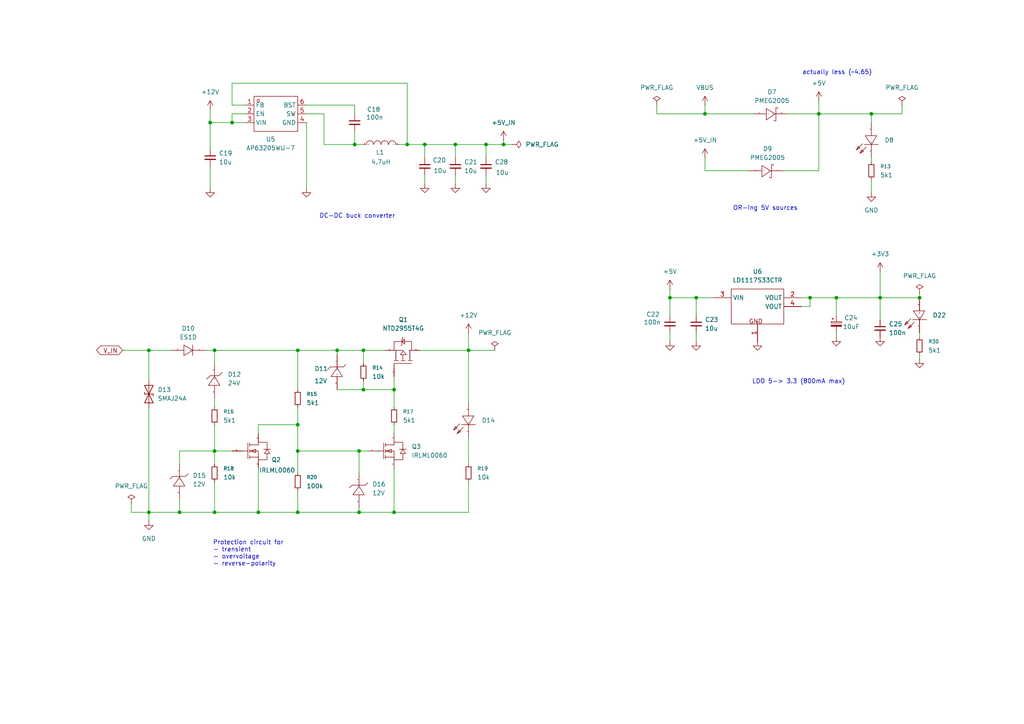
<source format=kicad_sch>
(kicad_sch (version 20250114) (generator "eeschema") (generator_version "9.0")
  (paper "A4")
  (title_block (title "Dual Channel CAN Logger") (rev "1.1"))
  (lib_symbols
    (symbol "Device:C_Polarized_Small" (pin_numbers (hide yes)) (pin_names (offset 0.254) (hide yes))
      (property "Reference" "C" (at 0.254 1.778 0))
      (property "Value" "C_Polarized_Small" (at 0.254 -2.032 0))
      (symbol "C_Polarized_Small_0_1"
        (rectangle (start -1.524 0.6858) (end 1.524 0.3048))
        (rectangle (start -1.524 -0.3048) (end 1.524 -0.6858) (fill (type outline)))
        (polyline (pts (xy -1.27 1.524) (xy -0.762 1.524)))
        (polyline (pts (xy -1.016 1.27) (xy -1.016 1.778)))
      )
      (symbol "C_Polarized_Small_1_1"
        (pin passive line (at 0 2.54 270) (length 1.8542) (name "~") (number "1"))
        (pin passive line (at 0 -2.54 90) (length 1.8542) (name "~") (number "2"))
      )
    )
    (symbol "Device:C_Small" (pin_numbers (hide yes)) (pin_names (offset 0.254) (hide yes))
      (property "Reference" "C" (at 0.254 1.778 0))
      (property "Value" "C_Small" (at 0.254 -2.032 0))
      (symbol "C_Small_0_1"
        (polyline (pts (xy -1.524 0.508) (xy 1.524 0.508)) (stroke (width 0.3048)))
        (polyline (pts (xy -1.524 -0.508) (xy 1.524 -0.508)) (stroke (width 0.3302)))
      )
      (symbol "C_Small_1_1"
        (pin passive line (at 0 2.54 270) (length 2.032) (name "~") (number "1"))
        (pin passive line (at 0 -2.54 90) (length 2.032) (name "~") (number "2"))
      )
    )
    (symbol "Device:R_Small" (pin_numbers (hide yes)) (pin_names (offset 0.254) (hide yes))
      (property "Reference" "R" (at 0 0 90))
      (property "Value" "R_Small" (at 1.778 0 90))
      (symbol "R_Small_0_1"
        (rectangle (start -0.762 1.778) (end 0.762 -1.778) (stroke (width 0.2032)))
      )
      (symbol "R_Small_1_1"
        (pin passive line (at 0 2.54 270) (length 0.762) (name "~") (number "1"))
        (pin passive line (at 0 -2.54 90) (length 0.762) (name "~") (number "2"))
      )
    )
    (symbol "Diode:SMAJ24CA" (pin_numbers (hide yes)) (pin_names (offset 1.016) (hide yes))
      (property "Reference" "D" (at 0 2.54 0))
      (property "Value" "SMAJ24CA" (at 0 -2.54 0))
      (symbol "SMAJ24CA_0_1"
        (polyline (pts (xy -2.54 -1.27) (xy 0 0) (xy -2.54 1.27) (xy -2.54 -1.27)) (stroke (width 0.2032)))
        (polyline (pts (xy 0.508 1.27) (xy 0 1.27) (xy 0 -1.27) (xy -0.508 -1.27)) (stroke (width 0.2032)))
        (polyline (pts (xy 1.27 0) (xy -1.27 0)))
        (polyline (pts (xy 2.54 1.27) (xy 2.54 -1.27) (xy 0 0) (xy 2.54 1.27)) (stroke (width 0.2032)))
      )
      (symbol "SMAJ24CA_1_1"
        (pin passive line (at -3.81 0 0) (length 2.54) (name "A1") (number "1"))
        (pin passive line (at 3.81 0 180) (length 2.54) (name "A2") (number "2"))
      )
    )
    (symbol "EasyEDA_Lib:0420CDMCCDS-4R7MC"
      (property "Reference" "L" (at 0 0 0))
      (symbol "0420CDMCCDS-4R7MC_1_0"
        (arc (start -4.2164 0) (mid -3.2131 1.0923) (end -2.2098 0))
        (arc (start -2.032 0) (mid -1.016 1.0922) (end 0 0))
        (arc (start 0.1016 0) (mid 1.1049 1.0923) (end 2.1082 0))
        (arc (start 2.2606 0) (mid 3.2639 1.0923) (end 4.2672 0))
        (pin input line (at -5.08 0 0) (length 0.762) (name "2") (number "2"))
        (pin input line (at 5.08 0 180) (length 0.762) (name "1") (number "1"))
      )
    )
    (symbol "EasyEDA_Lib:AP63205WU-7"
      (property "Reference" "U" (at 0 0 0))
      (symbol "AP63205WU-7_1_0"
        (rectangle (start -6.35 -5.08) (end 6.35 5.08))
        (circle (center -5.08 3.81) (radius 0.381))
        (pin unspecified line (at -8.89 2.54 0) (length 2.54) (name "FB") (number "1"))
        (pin unspecified line (at -8.89 0 0) (length 2.54) (name "EN") (number "2"))
        (pin unspecified line (at -8.89 -2.54 0) (length 2.54) (name "VIN") (number "3"))
        (pin unspecified line (at 8.89 2.54 180) (length 2.54) (name "BST") (number "6"))
        (pin unspecified line (at 8.89 0 180) (length 2.54) (name "SW") (number "5"))
        (pin unspecified line (at 8.89 -2.54 180) (length 2.54) (name "GND") (number "4"))
      )
    )
    (symbol "EasyEDA_Lib:ES1D-E3/61T"
      (property "Reference" "D" (at 0 0 0))
      (symbol "ES1D-E3/61T_1_0"
        (polyline (pts (xy -1.27 -1.524) (xy -1.27 1.524)))
        (polyline (pts (xy 1.27 1.524) (xy -1.27 0) (xy -1.27 0) (xy 1.27 -1.524) (xy 1.27 -1.524) (xy 1.27 1.524)))
        (pin input line (at -5.08 0 0) (length 3.81) (name "C") (number "1"))
        (pin input line (at 5.08 0 180) (length 3.81) (name "A") (number "2"))
      )
    )
    (symbol "EasyEDA_Lib:IRLML0060TRPBF"
      (property "Reference" "Q" (at 0 0 0))
      (symbol "IRLML0060TRPBF_1_0"
        (polyline (pts (xy -2.54 0) (xy -0.508 0)))
        (polyline (pts (xy -0.508 2.286) (xy -0.508 -2.286)))
        (polyline (pts (xy 0 2.286) (xy 0 1.27)))
        (polyline (pts (xy 0 1.778) (xy 2.54 1.778) (xy 2.54 1.778) (xy 2.54 2.54) (xy 2.54 2.54) (xy 5.08 2.54) (xy 5.08 2.54) (xy 5.08 0.508)))
        (polyline (pts (xy 0 0) (xy 2.54 0) (xy 2.54 0) (xy 2.54 -2.54) (xy 2.54 -2.54) (xy 5.08 -2.54) (xy 5.08 -2.54) (xy 5.08 -0.762)))
        (polyline (pts (xy 0 -0.508) (xy 0 0.508)))
        (polyline (pts (xy 0 -2.286) (xy 0 -1.27)))
        (polyline (pts (xy 0.254 0) (xy 1.778 -0.508) (xy 1.778 -0.508) (xy 1.778 0.508) (xy 1.778 0.508) (xy 0.254 0)))
        (polyline (pts (xy 2.54 -1.778) (xy 0 -1.778)))
        (polyline (pts (xy 5.08 0.508) (xy 4.318 -0.762) (xy 4.318 -0.762) (xy 5.842 -0.762) (xy 5.842 -0.762) (xy 5.08 0.508)))
        (polyline (pts (xy 6.096 0.508) (xy 5.588 0.508) (xy 5.588 0.508) (xy 4.572 0.508) (xy 4.572 0.508) (xy 4.064 0.508)))
        (pin unspecified line (at -5.08 0 0) (length 2.54) (name "G") (number "1"))
        (pin unspecified line (at 2.54 5.08 270) (length 2.54) (name "D") (number "3"))
        (pin unspecified line (at 2.54 -5.08 90) (length 2.54) (name "S") (number "2"))
      )
    )
    (symbol "EasyEDA_Lib:KT-0603R"
      (property "Reference" "LED" (at 0 0 0))
      (symbol "KT-0603R_1_0"
        (polyline (pts (xy -3.81 3.302) (xy -2.794 2.794) (xy -2.794 2.794) (xy -3.302 2.286) (xy -3.302 2.286) (xy -3.81 3.302)))
        (polyline (pts (xy -2.794 4.318) (xy -1.778 3.81) (xy -1.778 3.81) (xy -2.286 3.302) (xy -2.286 3.302) (xy -2.794 4.318)))
        (polyline (pts (xy -2.032 1.524) (xy -3.81 3.302)))
        (polyline (pts (xy -1.27 2.032) (xy -1.27 -2.032)))
        (polyline (pts (xy -1.016 2.54) (xy -2.794 4.318)))
        (polyline (pts (xy 1.27 -1.524) (xy -1.27 0) (xy -1.27 0) (xy 1.27 1.778) (xy 1.27 1.778) (xy 1.27 -1.524)))
        (pin unspecified line (at -5.08 0 0) (length 3.81) (name "K") (number "1"))
        (pin unspecified line (at 5.08 0 180) (length 3.81) (name "A") (number "2"))
      )
    )
    (symbol "EasyEDA_Lib:LD1117S33CTR"
      (property "Reference" "U" (at 0 0 0))
      (symbol "LD1117S33CTR_1_0"
        (rectangle (start -7.62 -2.54) (end 7.62 7.62))
        (text "GND" (at -2.54 -2.5146 0) (effects (font (size 1.27 1.27)) (justify left bottom)))
        (pin unspecified line (at -12.7 5.08 0) (length 5.08) (name "VIN") (number "3"))
        (pin unspecified line (at 0 -7.62 90) (length 5.08) (name "GND") (number "1"))
        (pin unspecified line (at 12.7 5.08 180) (length 5.08) (name "VOUT") (number "2"))
        (pin unspecified line (at 12.7 2.54 180) (length 5.08) (name "VOUT") (number "4"))
      )
    )
    (symbol "EasyEDA_Lib:MMSZ12T1G"
      (property "Reference" "D" (at 0 0 0))
      (symbol "MMSZ12T1G_1_0"
        (polyline (pts (xy -2.286 2.54) (xy -1.524 1.778) (xy -1.524 1.778) (xy -1.524 1.778) (xy -1.524 1.778) (xy -1.524 -2.032) (xy -1.524 -2.032) (xy -1.524 -2.032) (xy -1.524 -2.032) (xy -0.762 -2.794)))
        (polyline (pts (xy 1.27 1.524) (xy -1.27 0) (xy -1.27 0) (xy 1.27 -1.778) (xy 1.27 -1.778) (xy 1.27 1.524)))
        (pin input line (at -5.08 0 0) (length 3.81) (name "K") (number "1"))
        (pin input line (at 5.08 0 180) (length 3.81) (name "A") (number "2"))
      )
    )
    (symbol "EasyEDA_Lib:MMSZ5252BT1G"
      (property "Reference" "D" (at 0 0 0))
      (symbol "MMSZ5252BT1G_1_0"
        (polyline (pts (xy 1.524 -1.27) (xy 0 1.27) (xy 0 1.27) (xy -1.778 -1.27) (xy -1.778 -1.27) (xy 1.524 -1.27)))
        (polyline (pts (xy 2.286 2.54) (xy 1.27 1.524) (xy 1.27 1.524) (xy -1.27 1.524) (xy -1.27 1.524) (xy -2.286 0.508)))
        (pin unspecified line (at 0 5.08 270) (length 3.81) (name "C") (number "1"))
        (pin unspecified line (at 0 -5.08 90) (length 3.81) (name "A") (number "2"))
      )
    )
    (symbol "EasyEDA_Lib:NTD2955T4G"
      (property "Reference" "Q" (at 0 0 0))
      (symbol "NTD2955T4G_1_0"
        (polyline (pts (xy -2.54 -2.54) (xy -1.27 -2.54)))
        (polyline (pts (xy -1.27 -2.54) (xy -1.27 2.54)))
        (polyline (pts (xy -0.4572 2.794) (xy -0.4572 1.524)))
        (polyline (pts (xy -0.4572 0.7366) (xy -0.4572 -0.508)))
        (polyline (pts (xy -0.4572 -1.27) (xy -0.4572 -2.5146)))
        (polyline (pts (xy -0.254 -2.032) (xy 2.54 -2.032)))
        (polyline (pts (xy 0 -2.032) (xy 2.286 -2.032)))
        (polyline (pts (xy 1.27 0) (xy -0.254 0)))
        (polyline (pts (xy 1.27 -0.7366) (xy 1.27 1.016) (xy 1.27 1.016) (xy 2.3876 0.127) (xy 2.3876 0.127) (xy 1.27 -0.7366)))
        (polyline (pts (xy 2.54 2.54) (xy 2.54 2.032)))
        (polyline (pts (xy 2.54 2.54) (xy 2.54 2.032)))
        (polyline (pts (xy 2.54 2.54) (xy 5.08 2.54) (xy 5.08 2.54) (xy 5.08 -2.54) (xy 5.08 -2.54) (xy 2.54 -2.54)))
        (polyline (pts (xy 2.54 2.032) (xy -0.254 2.032)))
        (polyline (pts (xy 2.54 2.032) (xy 0 2.032)))
        (polyline (pts (xy 2.54 0) (xy 2.54 -2.54)))
        (polyline (pts (xy 4.318 0.508) (xy 5.842 0.508) (xy 5.842 0.508) (xy 5.08 -0.254) (xy 5.08 -0.254) (xy 4.318 0.508)))
        (polyline (pts (xy 4.318 -0.254) (xy 3.81 -0.508)))
        (polyline (pts (xy 4.318 -0.254) (xy 5.842 -0.254) (xy 5.842 -0.254) (xy 6.35 0)))
        (pin unspecified line (at -5.08 -2.54 0) (length 2.54) (name "G") (number "1"))
        (pin unspecified line (at 2.54 5.08 270) (length 2.54) (name "D") (number "2"))
        (pin unspecified line (at 2.54 -5.08 90) (length 2.54) (name "S") (number "3"))
      )
    )
    (symbol "EasyEDA_Lib:PMEG2005EGWX"
      (property "Reference" "D" (at 0 0 0))
      (symbol "PMEG2005EGWX_1_0"
        (polyline (pts (xy -2.032 -1.524) (xy -2.032 -1.778) (xy -2.032 -1.778) (xy -1.524 -1.778) (xy -1.524 -1.778) (xy -1.524 2.032) (xy -1.524 2.032) (xy -1.016 2.032) (xy -1.016 2.032) (xy -1.016 1.778)))
        (polyline (pts (xy 1.27 -1.524) (xy -1.27 0) (xy -1.27 0) (xy 1.27 1.778) (xy 1.27 1.778) (xy 1.27 -1.524)))
        (pin unspecified line (at -5.08 0 0) (length 3.81) (name "A") (number "1"))
        (pin unspecified line (at 5.08 0 180) (length 3.81) (name "K") (number "2"))
      )
    )
    (symbol "power:+12V" (power) (pin_numbers (hide yes)) (pin_names (offset 0) (hide yes))
      (property "Value" "+12V" (at 0 3.556 0))
      (symbol "+12V_0_1"
        (polyline (pts (xy -0.762 1.27) (xy 0 2.54)))
        (polyline (pts (xy 0 2.54) (xy 0.762 1.27)))
        (polyline (pts (xy 0 0) (xy 0 2.54)))
      )
      (symbol "+12V_1_1"
        (pin power_in line (at 0 0 90) (length 0) (name "~") (number "1"))
      )
    )
    (symbol "power:+3V3" (power) (pin_numbers (hide yes)) (pin_names (offset 0) (hide yes))
      (property "Value" "+3V3" (at 0 3.556 0))
      (symbol "+3V3_0_1"
        (polyline (pts (xy -0.762 1.27) (xy 0 2.54)))
        (polyline (pts (xy 0 2.54) (xy 0.762 1.27)))
        (polyline (pts (xy 0 0) (xy 0 2.54)))
      )
      (symbol "+3V3_1_1"
        (pin power_in line (at 0 0 90) (length 0) (name "~") (number "1"))
      )
    )
    (symbol "power:+5V" (power) (pin_numbers (hide yes)) (pin_names (offset 0) (hide yes))
      (property "Value" "+5V" (at 0 3.556 0))
      (symbol "+5V_0_1"
        (polyline (pts (xy -0.762 1.27) (xy 0 2.54)))
        (polyline (pts (xy 0 2.54) (xy 0.762 1.27)))
        (polyline (pts (xy 0 0) (xy 0 2.54)))
      )
      (symbol "+5V_1_1"
        (pin power_in line (at 0 0 90) (length 0) (name "~") (number "1"))
      )
    )
    (symbol "power:GND" (power) (pin_numbers (hide yes)) (pin_names (offset 0) (hide yes))
      (property "Value" "GND" (at 0 -3.81 0))
      (symbol "GND_0_1"
        (polyline (pts (xy 0 0) (xy 0 -1.27) (xy 1.27 -1.27) (xy 0 -2.54) (xy -1.27 -1.27) (xy 0 -1.27)))
      )
      (symbol "GND_1_1"
        (pin power_in line (at 0 0 270) (length 0) (name "~") (number "1"))
      )
    )
    (symbol "power:PWR_FLAG" (power) (pin_numbers (hide yes)) (pin_names (offset 0) (hide yes))
      (property "Value" "PWR_FLAG" (at 0 3.81 0))
      (symbol "PWR_FLAG_0_0"
        (pin power_out line (at 0 0 90) (length 0) (name "~") (number "1"))
      )
      (symbol "PWR_FLAG_0_1"
        (polyline (pts (xy 0 0) (xy 0 1.27) (xy -1.016 1.905) (xy 0 2.54) (xy 1.016 1.905) (xy 0 1.27)))
      )
    )
    (symbol "power:VBUS" (power) (pin_numbers (hide yes)) (pin_names (offset 0) (hide yes))
      (property "Value" "VBUS" (at 0 3.556 0))
      (symbol "VBUS_0_1"
        (polyline (pts (xy -0.762 1.27) (xy 0 2.54)))
        (polyline (pts (xy 0 2.54) (xy 0.762 1.27)))
        (polyline (pts (xy 0 0) (xy 0 2.54)))
      )
      (symbol "VBUS_1_1"
        (pin power_in line (at 0 0 90) (length 0) (name "~") (number "1"))
      )
    )
  )
  (text "LDO 5-> 3.3 (800mA max)" (at 231.648 110.744 0) (effects (font (size 1.27 1.27))))
  (text "OR-ing 5V sources" (at 221.996 60.452 0) (effects (font (size 1.27 1.27))))
  (text "DC-DC buck converter" (at 103.632 62.738 0) (effects (font (size 1.27 1.27))))
  (text "actually less (~4.65)" (at 242.824 21.082 0) (effects (font (size 1.27 1.27))))
  (text "Protection circuit for \n- transient \n- overvoltage\n- reverse-polarity" (at 61.722 156.718 0) (effects (font (size 1.27 1.27)) (justify left top)))
  (junction (at 118.11 41.91))
  (junction (at 132.08 41.91))
  (junction (at 105.41 113.03))
  (junction (at 204.47 33.02))
  (junction (at 135.89 101.6))
  (junction (at 201.93 86.36))
  (junction (at 67.31 35.56))
  (junction (at 194.31 86.36))
  (junction (at 86.36 101.6))
  (junction (at 114.3 148.59))
  (junction (at 86.36 130.81))
  (junction (at 242.57 86.36))
  (junction (at 140.97 41.91))
  (junction (at 102.87 41.91))
  (junction (at 52.07 148.59))
  (junction (at 74.93 148.59))
  (junction (at 266.7 86.36))
  (junction (at 237.49 33.02))
  (junction (at 43.18 101.6))
  (junction (at 43.18 148.59))
  (junction (at 60.96 35.56))
  (junction (at 97.79 101.6))
  (junction (at 252.73 33.02))
  (junction (at 114.3 113.03))
  (junction (at 86.36 148.59))
  (junction (at 255.27 86.36))
  (junction (at 234.95 86.36))
  (junction (at 62.23 101.6))
  (junction (at 123.19 41.91))
  (junction (at 104.14 148.59))
  (junction (at 105.41 101.6))
  (junction (at 62.23 130.81))
  (junction (at 86.36 123.19))
  (junction (at 146.05 41.91))
  (junction (at 104.14 130.81))
  (junction (at 62.23 148.59))
  (wire (pts (xy 234.95 88.9) (xy 234.95 86.36)))
  (wire (pts (xy 132.08 41.91) (xy 140.97 41.91)))
  (wire (pts (xy 148.59 41.91) (xy 146.05 41.91)))
  (wire (pts (xy 135.89 127) (xy 135.89 134.62)))
  (wire (pts (xy 35.56 101.6) (xy 43.18 101.6)))
  (wire (pts (xy 123.19 41.91) (xy 132.08 41.91)))
  (wire (pts (xy 60.96 48.26) (xy 60.96 54.61)))
  (wire (pts (xy 135.89 101.6) (xy 135.89 116.84)))
  (wire (pts (xy 135.89 139.7) (xy 135.89 148.59)))
  (wire (pts (xy 237.49 33.02) (xy 252.73 33.02)))
  (wire (pts (xy 252.73 52.07) (xy 252.73 55.88)))
  (wire (pts (xy 104.14 147.32) (xy 104.14 148.59)))
  (wire (pts (xy 234.95 86.36) (xy 242.57 86.36)))
  (wire (pts (xy 146.05 41.91) (xy 146.05 40.64)))
  (wire (pts (xy 135.89 96.52) (xy 135.89 101.6)))
  (wire (pts (xy 52.07 130.81) (xy 52.07 134.62)))
  (wire (pts (xy 102.87 41.91) (xy 105.41 41.91)))
  (wire (pts (xy 237.49 49.53) (xy 237.49 33.02)))
  (wire (pts (xy 266.7 96.52) (xy 266.7 97.79)))
  (wire (pts (xy 60.96 31.75) (xy 60.96 35.56)))
  (wire (pts (xy 115.57 41.91) (xy 118.11 41.91)))
  (wire (pts (xy 67.31 35.56) (xy 71.12 35.56)))
  (wire (pts (xy 74.93 125.73) (xy 74.93 123.19)))
  (wire (pts (xy 86.36 123.19) (xy 86.36 130.81)))
  (wire (pts (xy 194.31 96.52) (xy 194.31 99.06)))
  (wire (pts (xy 140.97 50.8) (xy 140.97 53.34)))
  (wire (pts (xy 38.1 146.05) (xy 38.1 148.59)))
  (wire (pts (xy 204.47 30.48) (xy 204.47 33.02)))
  (wire (pts (xy 227.33 49.53) (xy 237.49 49.53)))
  (wire (pts (xy 86.36 118.11) (xy 86.36 123.19)))
  (wire (pts (xy 106.68 130.81) (xy 104.14 130.81)))
  (wire (pts (xy 88.9 35.56) (xy 88.9 54.61)))
  (wire (pts (xy 266.7 85.09) (xy 266.7 86.36)))
  (wire (pts (xy 71.12 30.48) (xy 67.31 30.48)))
  (wire (pts (xy 43.18 101.6) (xy 49.53 101.6)))
  (wire (pts (xy 62.23 148.59) (xy 74.93 148.59)))
  (wire (pts (xy 102.87 38.1) (xy 102.87 41.91)))
  (wire (pts (xy 190.5 30.48) (xy 190.5 33.02)))
  (wire (pts (xy 62.23 130.81) (xy 52.07 130.81)))
  (wire (pts (xy 261.62 33.02) (xy 252.73 33.02)))
  (wire (pts (xy 60.96 35.56) (xy 60.96 43.18)))
  (wire (pts (xy 88.9 30.48) (xy 102.87 30.48)))
  (wire (pts (xy 60.96 35.56) (xy 67.31 35.56)))
  (wire (pts (xy 266.7 102.87) (xy 266.7 104.14)))
  (wire (pts (xy 201.93 99.06) (xy 201.93 96.52)))
  (wire (pts (xy 71.12 33.02) (xy 67.31 33.02)))
  (wire (pts (xy 232.41 86.36) (xy 234.95 86.36)))
  (wire (pts (xy 242.57 86.36) (xy 255.27 86.36)))
  (wire (pts (xy 123.19 50.8) (xy 123.19 53.34)))
  (wire (pts (xy 114.3 123.19) (xy 114.3 125.73)))
  (wire (pts (xy 255.27 78.74) (xy 255.27 86.36)))
  (wire (pts (xy 43.18 101.6) (xy 43.18 110.49)))
  (wire (pts (xy 255.27 86.36) (xy 266.7 86.36)))
  (wire (pts (xy 242.57 96.52) (xy 242.57 97.79)))
  (wire (pts (xy 86.36 101.6) (xy 97.79 101.6)))
  (wire (pts (xy 204.47 45.72) (xy 204.47 49.53)))
  (wire (pts (xy 62.23 101.6) (xy 62.23 105.41)))
  (wire (pts (xy 88.9 33.02) (xy 93.98 33.02)))
  (wire (pts (xy 97.79 101.6) (xy 105.41 101.6)))
  (wire (pts (xy 118.11 41.91) (xy 123.19 41.91)))
  (wire (pts (xy 62.23 123.19) (xy 62.23 130.81)))
  (wire (pts (xy 252.73 45.72) (xy 252.73 46.99)))
  (wire (pts (xy 104.14 130.81) (xy 104.14 137.16)))
  (wire (pts (xy 123.19 41.91) (xy 123.19 45.72)))
  (wire (pts (xy 62.23 130.81) (xy 62.23 134.62)))
  (wire (pts (xy 102.87 30.48) (xy 102.87 33.02)))
  (wire (pts (xy 67.31 33.02) (xy 67.31 35.56)))
  (wire (pts (xy 67.31 24.13) (xy 118.11 24.13)))
  (wire (pts (xy 59.69 101.6) (xy 62.23 101.6)))
  (wire (pts (xy 43.18 148.59) (xy 52.07 148.59)))
  (wire (pts (xy 194.31 86.36) (xy 194.31 91.44)))
  (wire (pts (xy 190.5 33.02) (xy 204.47 33.02)))
  (wire (pts (xy 62.23 139.7) (xy 62.23 148.59)))
  (wire (pts (xy 67.31 130.81) (xy 62.23 130.81)))
  (wire (pts (xy 93.98 33.02) (xy 93.98 41.91)))
  (wire (pts (xy 242.57 86.36) (xy 242.57 91.44)))
  (wire (pts (xy 86.36 101.6) (xy 86.36 113.03)))
  (wire (pts (xy 86.36 148.59) (xy 104.14 148.59)))
  (wire (pts (xy 132.08 50.8) (xy 132.08 53.34)))
  (wire (pts (xy 140.97 41.91) (xy 140.97 45.72)))
  (wire (pts (xy 52.07 144.78) (xy 52.07 148.59)))
  (wire (pts (xy 74.93 123.19) (xy 86.36 123.19)))
  (wire (pts (xy 67.31 30.48) (xy 67.31 24.13)))
  (wire (pts (xy 118.11 24.13) (xy 118.11 41.91)))
  (wire (pts (xy 97.79 102.87) (xy 97.79 101.6)))
  (wire (pts (xy 204.47 49.53) (xy 217.17 49.53)))
  (wire (pts (xy 204.47 33.02) (xy 218.44 33.02)))
  (wire (pts (xy 105.41 101.6) (xy 111.76 101.6)))
  (wire (pts (xy 38.1 148.59) (xy 43.18 148.59)))
  (wire (pts (xy 86.36 142.24) (xy 86.36 148.59)))
  (wire (pts (xy 255.27 86.36) (xy 255.27 92.71)))
  (wire (pts (xy 194.31 83.82) (xy 194.31 86.36)))
  (wire (pts (xy 207.01 86.36) (xy 201.93 86.36)))
  (wire (pts (xy 194.31 86.36) (xy 201.93 86.36)))
  (wire (pts (xy 74.93 148.59) (xy 86.36 148.59)))
  (wire (pts (xy 104.14 148.59) (xy 114.3 148.59)))
  (wire (pts (xy 105.41 101.6) (xy 105.41 105.41)))
  (wire (pts (xy 135.89 101.6) (xy 143.51 101.6)))
  (wire (pts (xy 93.98 41.91) (xy 102.87 41.91)))
  (wire (pts (xy 228.6 33.02) (xy 237.49 33.02)))
  (wire (pts (xy 43.18 148.59) (xy 43.18 151.13)))
  (wire (pts (xy 74.93 135.89) (xy 74.93 148.59)))
  (wire (pts (xy 114.3 113.03) (xy 114.3 118.11)))
  (wire (pts (xy 114.3 135.89) (xy 114.3 148.59)))
  (wire (pts (xy 43.18 118.11) (xy 43.18 148.59)))
  (wire (pts (xy 62.23 115.57) (xy 62.23 118.11)))
  (wire (pts (xy 97.79 113.03) (xy 105.41 113.03)))
  (wire (pts (xy 135.89 148.59) (xy 114.3 148.59)))
  (wire (pts (xy 105.41 110.49) (xy 105.41 113.03)))
  (wire (pts (xy 121.92 101.6) (xy 135.89 101.6)))
  (wire (pts (xy 252.73 35.56) (xy 252.73 33.02)))
  (wire (pts (xy 237.49 33.02) (xy 237.49 29.21)))
  (wire (pts (xy 86.36 130.81) (xy 104.14 130.81)))
  (wire (pts (xy 132.08 41.91) (xy 132.08 45.72)))
  (wire (pts (xy 62.23 101.6) (xy 86.36 101.6)))
  (wire (pts (xy 114.3 113.03) (xy 114.3 109.22)))
  (wire (pts (xy 105.41 113.03) (xy 114.3 113.03)))
  (wire (pts (xy 201.93 86.36) (xy 201.93 91.44)))
  (wire (pts (xy 52.07 148.59) (xy 62.23 148.59)))
  (wire (pts (xy 261.62 30.48) (xy 261.62 33.02)))
  (wire (pts (xy 86.36 130.81) (xy 86.36 137.16)))
  (wire (pts (xy 140.97 41.91) (xy 146.05 41.91)))
  (wire (pts (xy 232.41 88.9) (xy 234.95 88.9)))
  (global_label "V_IN" (shape bidirectional) (at 35.56 101.6 180) (property "Intersheetrefs" "${INTERSHEET_REFS}" (effects (hide yes))))
  (symbol (lib_id "power:PWR_FLAG") (at 261.62 30.48 0) (unit 1)
    (property "Reference" "#FLG06" (effects (hide yes)))
    (property "Value" "PWR_FLAG" (at 261.62 25.4 0))
    (property "Description" "Special symbol for telling ERC where power comes from" (effects (hide yes)))
  )
  (symbol (lib_id "Device:C_Small") (at 255.27 95.25 0) (unit 1)
    (property "Reference" "C25" (at 257.81 93.9862 0) (effects (justify left)))
    (property "Value" "100n" (at 257.81 96.5262 0) (effects (justify left)))
    (property "Footprint" "EasyEDA_Lib:C0603" (effects (hide yes)))
    (property "Description" "Unpolarized capacitor, small symbol" (effects (hide yes)))
    (property "Supplier" "LCSC" (effects (hide yes)))
    (property "Supplier Part" "C14663" (effects (hide yes)))
  )
  (symbol (lib_id "Diode:SMAJ24CA") (at 43.18 114.3 270) (unit 1)
    (property "Reference" "D13" (at 45.72 113.0299 90) (effects (justify left)))
    (property "Value" "SMAJ24A" (at 45.72 115.5699 90) (effects (justify left)))
    (property "Footprint" "EasyEDA_Lib:SMA_L4.4-W2.6-LS5.0-RD" (effects (hide yes)))
    (property "Datasheet" "https://www.littelfuse.com/media?resourcetype=datasheets&itemid=75e32973-b177-4ee3-a0ff-cedaf1abdb93&filename=smaj-datasheet" (effects (hide yes)))
    (property "Description" "400W bidirectional Transient Voltage Suppressor, 24.0Vr, SMA(DO-214AC)" (effects (hide yes)))
    (property "Manufacturer Part" "SMAJ24A" (effects (hide yes)))
    (property "Manufacturer" "Littelfuse(美国力特)" (effects (hide yes)))
    (property "Supplier Part" "C148222" (effects (hide yes)))
    (property "Supplier" "LCSC" (effects (hide yes)))
    (property "LCSC Part Name" "单向TVS 24V截止 10.3A峰值脉冲" (effects (hide yes)))
  )
  (symbol (lib_id "Device:R_Small") (at 266.7 100.33 0) (unit 1)
    (property "Reference" "R30" (at 269.24 99.0599 0) (effects (font (size 1.016 1.016)) (justify left)))
    (property "Value" "5k1" (at 269.24 101.5999 0) (effects (justify left)))
    (property "Footprint" "EasyEDA_Lib:R0603" (effects (hide yes)))
    (property "Datasheet" "https://www.lcsc.com/datasheet/C23186.pdf" (effects (hide yes)))
    (property "Description" "100mW 5.1kΩ 75V ±100ppm/℃ Thick Film Resistor ±1% 0603 Chip Resistor - Surface Mount RoHS" (effects (hide yes)))
    (property "Supplier" "LCSC" (effects (hide yes)))
    (property "Supplier Part" "C23186" (effects (hide yes)))
  )
  (symbol (lib_id "power:+3V3") (at 255.27 78.74 0) (unit 1)
    (property "Reference" "#PWR055" (effects (hide yes)))
    (property "Value" "+3V3" (at 255.27 73.66 0))
    (property "Description" "Power symbol creates a global label with name \"+3V3\"" (effects (hide yes)))
  )
  (symbol (lib_id "EasyEDA_Lib:MMSZ12T1G") (at 97.79 107.95 270) (unit 1)
    (property "Reference" "D11" (at 91.186 106.934 90) (effects (justify left)))
    (property "Value" "12V" (at 91.186 110.49 90) (effects (justify left)))
    (property "Footprint" "EasyEDA_Lib:SOD-123_L2.8-W1.8-LS3.7-RD" (effects (hide yes)))
    (property "Datasheet" "https://item.szlcsc.com/datasheet/MMSZ12T1G/73710.html" (effects (hide yes)))
    (property "Description" "Diode Configuration:Independent Zener Voltage(Nom):12V Reverse Leakage Current (Ir):100nA@8V Zener Voltage(Range):11.4V~12.6V Zener Voltage(Range):11.4V~12.6V Pd - Power Dissipation:500mW Impedance(Zzt):25Ω Operating Junction Temperature Range:-55°C~+150°C" (effects (hide yes)))
    (property "Manufacturer Part" "MMSZ12T1G" (effects (hide yes)))
    (property "Manufacturer" "onsemi(安森美)" (effects (hide yes)))
    (property "Supplier Part" "C72599" (effects (hide yes)))
    (property "Supplier" "LCSC" (effects (hide yes)))
    (property "LCSC Part Name" "MMSZ12T1G" (effects (hide yes)))
  )
  (symbol (lib_id "Device:C_Small") (at 102.87 35.56 0) (unit 1)
    (property "Reference" "C18" (at 106.426 31.75 0) (effects (justify left)))
    (property "Value" "100n" (at 106.172 34.036 0) (effects (justify left)))
    (property "Footprint" "EasyEDA_Lib:C0603" (effects (hide yes)))
    (property "Description" "Unpolarized capacitor, small symbol" (effects (hide yes)))
    (property "Supplier" "LCSC" (effects (hide yes)))
    (property "Supplier Part" "C14663" (effects (hide yes)))
  )
  (symbol (lib_id "EasyEDA_Lib:IRLML0060TRPBF") (at 111.76 130.81 0) (unit 1)
    (property "Reference" "Q3" (at 119.38 129.5399 0) (effects (justify left)))
    (property "Value" "IRLML0060" (at 119.38 132.0799 0) (effects (justify left)))
    (property "Footprint" "EasyEDA_Lib:SOT-23-3_L2.9-W1.6-P1.90-LS2.8-BR" (effects (hide yes)))
    (property "Datasheet" "https://atta.szlcsc.com/upload/public/pdf/source/20160120/1457707755730.pdf" (effects (hide yes)))
    (property "Description" "Type:1 N-Channel Drain Source Voltage (Vdss): Continuous Drain Current (Id): Drain Source On Resistance (RDS(on)@Vgs,Id):92mΩ@10V Power Dissipation (Pd): Gate Threshold Voltage (Vgs(th)@Id):2.5V@25uA Total Gate Charge (Qg@Vgs):2.5nC Input Capacitance (Cis" (effects (hide yes)))
    (property "Manufacturer Part" "IRLML0060TRPBF" (effects (hide yes)))
    (property "Manufacturer" "Infineon(英飞凌)" (effects (hide yes)))
    (property "Supplier Part" "C67274" (effects (hide yes)))
    (property "Supplier" "LCSC" (effects (hide yes)))
    (property "LCSC Part Name" "1个N沟道 耐压:60V 电流:2.7A" (effects (hide yes)))
  )
  (symbol (lib_id "power:PWR_FLAG") (at 190.5 30.48 0) (unit 1)
    (property "Reference" "#FLG04" (effects (hide yes)))
    (property "Value" "PWR_FLAG" (at 190.5 25.4 0))
    (property "Description" "Special symbol for telling ERC where power comes from" (effects (hide yes)))
  )
  (symbol (lib_id "power:+5V") (at 146.05 40.64 0) (unit 1)
    (property "Reference" "#PWR048" (effects (hide yes)))
    (property "Value" "+5V_IN" (at 146.05 35.56 0))
    (property "Description" "Power symbol creates a global label with name \"+5V\"" (effects (hide yes)))
  )
  (symbol (lib_id "Device:C_Small") (at 123.19 48.26 0) (unit 1)
    (property "Reference" "C20" (at 125.476 46.482 0) (effects (justify left)))
    (property "Value" "10u" (at 125.73 49.53 0) (effects (justify left)))
    (property "Footprint" "EasyEDA_Lib:C0805" (effects (hide yes)))
    (property "Description" "Unpolarized capacitor, small symbol" (effects (hide yes)))
    (property "Supplier" "LCSC" (effects (hide yes)))
    (property "Supplier Part" "C15850" (effects (hide yes)))
  )
  (symbol (lib_id "EasyEDA_Lib:KT-0603R") (at 135.89 121.92 90) (unit 1)
    (property "Reference" "D14" (at 139.7 121.9199 90) (effects (justify right)))
    (property "Footprint" "EasyEDA_Lib:LED0603-RD" (effects (hide yes)))
    (property "Datasheet" "https://atta.szlcsc.com/upload/public/pdf/source/20160616/1466072038404.pdf" (effects (hide yes)))
    (property "Description" "Emitted Color:Red Power Dissipation:- Forward Current:- Dominant Wavelength:- Dominant Wavelength:- Peak Wavelength:- Diode Configuration:- Lens Color:- Color Temperature:- Color Temperature:- Viewing Angle:- Mounting Sytle:- Operating Temperature:-40°C~+8" (effects (hide yes)))
    (property "Manufacturer Part" "KT-0603R" (effects (hide yes)))
    (property "Manufacturer" "KENTO" (effects (hide yes)))
    (property "Supplier Part" "C2286" (effects (hide yes)))
    (property "Supplier" "LCSC" (effects (hide yes)))
    (property "LCSC Part Name" "0603 红灯 高亮" (effects (hide yes)))
  )
  (symbol (lib_id "EasyEDA_Lib:PMEG2005EGWX") (at 223.52 33.02 180) (unit 1)
    (property "Reference" "D7" (at 223.901 26.67 0))
    (property "Value" "PMEG2005" (at 223.901 29.21 0))
    (property "Footprint" "EasyEDA_Lib:SOD-123_L2.8-W1.8-LS3.7-RD" (effects (hide yes)))
    (property "Datasheet" "https://item.szlcsc.com/datasheet/PMEG2005EGWX/573809.html" (effects (hide yes)))
    (property "Description" "Voltage - Forward(Vf@If):390mV@500mA Voltage - DC Reverse(Vr):20V Current - Rectified:500mA Reverse Leakage Current (Ir):200uA@20V Non-Repetitive Peak Forward Surge Current:10A" (effects (hide yes)))
    (property "Manufacturer Part" "PMEG2005EGWX" (effects (hide yes)))
    (property "Manufacturer" "Nexperia(安世)" (effects (hide yes)))
    (property "Supplier Part" "C552812" (effects (hide yes)))
    (property "Supplier" "LCSC" (effects (hide yes)))
    (property "LCSC Part Name" "电压:20V 电流:500mA" (effects (hide yes)))
  )
  (symbol (lib_id "EasyEDA_Lib:ES1D-E3/61T") (at 54.61 101.6 180) (unit 1)
    (property "Reference" "D10" (at 54.61 95.25 0))
    (property "Value" "ES1D" (at 54.61 97.79 0))
    (property "Footprint" "canlogger_custom_lib:SMA_L4.3-W2.6-LS5.2-RD" (effects (hide yes)))
    (property "Datasheet" "https://item.szlcsc.com/datasheet/ES1D-E3%252F61T/83807.html" (effects (hide yes)))
    (property "Description" "Voltage - Forward(Vf@If):920mV@1.0A Voltage - DC Reverse(Vr):200V Current - Rectified:1A Reverse Leakage Current (Ir):5uA Reverse Recovery Time (trr):15ns Operating Junction Temperature Range:-55°C~+150°C Operating Junction Temperature Range:-55°C~+150°C Non-" (effects (hide yes)))
    (property "Manufacturer Part" "ES1D-E3/61T" (effects (hide yes)))
    (property "Manufacturer" "VISHAY(威世)" (effects (hide yes)))
    (property "Supplier Part" "C82648" (effects (hide yes)))
    (property "Supplier" "LCSC" (effects (hide yes)))
    (property "LCSC Part Name" "耐压:200V 电流:1A 反向恢复时间：15ns" (effects (hide yes)))
  )
  (symbol (lib_id "Device:R_Small") (at 105.41 107.95 0) (unit 1)
    (property "Reference" "R14" (at 107.95 106.6799 0) (effects (font (size 1.016 1.016)) (justify left)))
    (property "Value" "10k" (at 107.95 109.2199 0) (effects (justify left)))
    (property "Footprint" "EasyEDA_Lib:R0603" (effects (hide yes)))
    (property "Datasheet" "https://www.lcsc.com/datasheet/C25804.pdf" (effects (hide yes)))
    (property "Description" "100mW 10kΩ 75V ±100ppm/℃ Thick Film Resistor ±1% 0603 Chip Resistor - Surface Mount RoHS" (effects (hide yes)))
    (property "Supplier" "LCSC" (effects (hide yes)))
    (property "Supplier Part" "C25804" (effects (hide yes)))
  )
  (symbol (lib_id "power:GND") (at 132.08 53.34 0) (unit 1)
    (property "Reference" "#PWR050" (effects (hide yes)))
    (property "Value" "GND" (effects (hide yes)))
    (property "Description" "Power symbol creates a global label with name \"GND\" , ground" (effects (hide yes)))
  )
  (symbol (lib_id "power:PWR_FLAG") (at 143.51 101.6 0) (unit 1)
    (property "Reference" "#FLG01" (effects (hide yes)))
    (property "Value" "PWR_FLAG" (at 143.51 96.52 0))
    (property "Description" "Special symbol for telling ERC where power comes from" (effects (hide yes)))
  )
  (symbol (lib_id "power:GND") (at 201.93 99.06 0) (unit 1)
    (property "Reference" "#PWR061" (effects (hide yes)))
    (property "Value" "GND" (effects (hide yes)))
    (property "Description" "Power symbol creates a global label with name \"GND\" , ground" (effects (hide yes)))
  )
  (symbol (lib_id "power:GND") (at 88.9 54.61 0) (unit 1)
    (property "Reference" "#PWR052" (effects (hide yes)))
    (property "Value" "GND" (effects (hide yes)))
    (property "Description" "Power symbol creates a global label with name \"GND\" , ground" (effects (hide yes)))
  )
  (symbol (lib_id "Device:R_Small") (at 114.3 120.65 0) (unit 1)
    (property "Reference" "R17" (at 116.84 119.3799 0) (effects (font (size 1.016 1.016)) (justify left)))
    (property "Value" "5k1" (at 116.84 121.9199 0) (effects (justify left)))
    (property "Footprint" "EasyEDA_Lib:R0603" (effects (hide yes)))
    (property "Datasheet" "https://www.lcsc.com/datasheet/C23186.pdf" (effects (hide yes)))
    (property "Description" "100mW 5.1kΩ 75V ±100ppm/℃ Thick Film Resistor ±1% 0603 Chip Resistor - Surface Mount RoHS" (effects (hide yes)))
    (property "Supplier" "LCSC" (effects (hide yes)))
    (property "Supplier Part" "C23186" (effects (hide yes)))
  )
  (symbol (lib_id "EasyEDA_Lib:0420CDMCCDS-4R7MC") (at 110.49 41.91 0) (unit 1)
    (property "Reference" "L1" (at 110.236 44.196 0))
    (property "Value" "4.7uH" (at 110.49 46.99 0))
    (property "Footprint" "EasyEDA_Lib:IND-SMD_L4.4-W4.2-A" (effects (hide yes)))
    (property "Datasheet" "https://atta.szlcsc.com/upload/public/pdf/source/20200615/C609522_5666D83977AE4FEBC39B900529322ACF.pdf" (effects (hide yes)))
    (property "Description" "Inductance: Tolerance:±20% Tolerance:±20% Rated Current: Saturation Current (Isat):3A DC Resistance (DCR): Type:- Ratings:-" (effects (hide yes)))
    (property "Manufacturer Part" "0420CDMCCDS-4R7MC" (effects (hide yes)))
    (property "Manufacturer" "Sumida(胜美达)" (effects (hide yes)))
    (property "Supplier Part" "C2638679" (effects (hide yes)))
    (property "Supplier" "LCSC" (effects (hide yes)))
    (property "LCSC Part Name" "4.7uH ±20% 3A" (effects (hide yes)))
  )
  (symbol (lib_id "EasyEDA_Lib:AP63205WU-7") (at 80.01 33.02 0) (unit 1)
    (property "Reference" "U5" (at 78.486 40.386 0))
    (property "Value" "AP63205WU-7" (at 78.486 42.926 0))
    (property "Footprint" "EasyEDA_Lib:TSOT-23-6_L2.9-W1.6-P0.95-LS2.8-BL" (effects (hide yes)))
    (property "Datasheet" "https://item.szlcsc.com/datasheet/AP63205WU-7/2162639.html" (effects (hide yes)))
    (property "Description" "Function:Buck Voltage - Supply:3.8V~32V Voltage - Supply:3.8V~32V Output Voltage:5V Output Voltage:5V Output Current:2A Frequency - Switching:1.1MHz Frequency - Switching:1.1MHz Operating Temperature:-40°C~+85°C@(TA) Operating Temperature:-40°C~+85°C@(TA) Syn" (effects (hide yes)))
    (property "Manufacturer Part" "AP63205WU-7" (effects (hide yes)))
    (property "Manufacturer" "DIODES(美台)" (effects (hide yes)))
    (property "Supplier Part" "C2071056" (effects (hide yes)))
    (property "Supplier" "LCSC" (effects (hide yes)))
    (property "LCSC Part Name" "3.8V至32V输入、2A低静态电流同步降压转换器，增强EMI抑制" (effects (hide yes)))
  )
  (symbol (lib_id "Device:C_Small") (at 60.96 45.72 0) (unit 1)
    (property "Reference" "C19" (at 63.5 44.4562 0) (effects (justify left)))
    (property "Value" "10u" (at 63.5 46.9962 0) (effects (justify left)))
    (property "Footprint" "EasyEDA_Lib:C0805" (effects (hide yes)))
    (property "Description" "Unpolarized capacitor, small symbol" (effects (hide yes)))
    (property "Supplier" "LCSC" (effects (hide yes)))
    (property "Supplier Part" "C15850" (effects (hide yes)))
  )
  (symbol (lib_id "power:GND") (at 219.71 99.06 0) (unit 1)
    (property "Reference" "#PWR060" (effects (hide yes)))
    (property "Value" "GND" (effects (hide yes)))
    (property "Description" "Power symbol creates a global label with name \"GND\" , ground" (effects (hide yes)))
  )
  (symbol (lib_id "EasyEDA_Lib:LD1117S33CTR") (at 219.71 91.44 0) (unit 1)
    (property "Reference" "U6" (at 219.71 78.74 0))
    (property "Value" "LD1117S33CTR" (at 219.71 81.28 0))
    (property "Footprint" "EasyEDA_Lib:SOT-223-4_L6.5-W3.5-P2.30-LS7.0-BR" (effects (hide yes)))
    (property "Datasheet" "https://atta.szlcsc.com/upload/public/pdf/source/20181022/C283467_00098992BB1D287195B66486CE33A2DD.pdf" (effects (hide yes)))
    (property "Description" "Output Type:Fixed Maximum Input Voltage:15V Output Voltage:3.3V Output Voltage:3.3V Output Current:800mA Power Supply Rejection Ratio (PSRR):75dB@(120Hz) Dropout Voltage:1.3V@(800mA) standby current:10mA Feature:Thermal Protection(TSD)；Overcurrent Protect" (effects (hide yes)))
    (property "Manufacturer Part" "LD1117S33CTR" (effects (hide yes)))
    (property "Manufacturer" "ST(意法半导体)" (effects (hide yes)))
    (property "Supplier Part" "C35879" (effects (hide yes)))
    (property "Supplier" "LCSC" (effects (hide yes)))
    (property "LCSC Part Name" "可调与固定低压降正电压稳压器" (effects (hide yes)))
  )
  (symbol (lib_id "EasyEDA_Lib:NTD2955T4G") (at 116.84 104.14 270) (mirror x) (unit 1)
    (property "Reference" "Q1" (at 116.967 92.71 90))
    (property "Value" "NTD2955T4G" (at 116.967 95.25 90))
    (property "Footprint" "EasyEDA_Lib:TO-252-2_L6.6-W6.1-P4.57-LS9.9-TL-CW" (effects (hide yes)))
    (property "Datasheet" "https://item.szlcsc.com/datasheet/NTD2955T4G/11207.html" (effects (hide yes)))
    (property "Description" "Number:1 piece P-channel Drain to Source Voltage:60V Current - Continuous Drain(Id):12A RDS(on):180mΩ@10V,6A Pd - Power Dissipation:55W Gate Threshold Voltage (Vgs(th)@Id):- Gate Charge(Qg):30nC@10V Input Capacitance(Ciss@Vds):750pF@25V Operating Temperat" (effects (hide yes)))
    (property "Manufacturer Part" "NTD2955T4G" (effects (hide yes)))
    (property "Manufacturer" "onsemi(安森美)" (effects (hide yes)))
    (property "Supplier Part" "C10663" (effects (hide yes)))
    (property "Supplier" "LCSC" (effects (hide yes)))
    (property "LCSC Part Name" "1个P沟道 耐压:60V 电流:12A" (effects (hide yes)))
  )
  (symbol (lib_id "power:+5V") (at 204.47 45.72 0) (unit 1)
    (property "Reference" "#PWR049" (effects (hide yes)))
    (property "Value" "+5V_IN" (at 204.47 40.64 0))
    (property "Description" "Power symbol creates a global label with name \"+5V\"" (effects (hide yes)))
  )
  (symbol (lib_id "Device:C_Small") (at 140.97 48.26 0) (unit 1)
    (property "Reference" "C28" (at 143.51 46.9962 0) (effects (justify left)))
    (property "Value" "10u" (at 143.764 50.038 0) (effects (justify left)))
    (property "Footprint" "EasyEDA_Lib:C0805" (effects (hide yes)))
    (property "Description" "Unpolarized capacitor, small symbol" (effects (hide yes)))
    (property "Supplier" "LCSC" (effects (hide yes)))
    (property "Supplier Part" "C15850" (effects (hide yes)))
  )
  (symbol (lib_id "Device:C_Polarized_Small") (at 242.57 93.98 0) (unit 1)
    (property "Reference" "C24" (at 244.856 92.202 0) (effects (justify left)))
    (property "Value" "10uF" (at 246.888 94.742 0))
    (property "Footprint" "canlogger_custom_lib:CASE-A_3216" (effects (hide yes)))
    (property "Description" "Polarized capacitor, small symbol" (effects (hide yes)))
    (property "Manufacturer Part" "TAJA106K010RNJ" (effects (hide yes)))
    (property "Manufacturer" "Kyocera AVX" (effects (hide yes)))
    (property "Supplier Part" "C7177" (effects (hide yes)))
    (property "Supplier" "LCSC" (effects (hide yes)))
    (property "LCSC Part Name" "10uF ±10% 10V" (effects (hide yes)))
  )
  (symbol (lib_id "EasyEDA_Lib:KT-0603R") (at 266.7 91.44 90) (unit 1)
    (property "Reference" "D22" (at 270.51 91.4399 90) (effects (justify right)))
    (property "Footprint" "EasyEDA_Lib:LED0603-RD" (effects (hide yes)))
    (property "Datasheet" "https://atta.szlcsc.com/upload/public/pdf/source/20160616/1466072038404.pdf" (effects (hide yes)))
    (property "Description" "Emitted Color:Red Power Dissipation:- Forward Current:- Dominant Wavelength:- Dominant Wavelength:- Peak Wavelength:- Diode Configuration:- Lens Color:- Color Temperature:- Color Temperature:- Viewing Angle:- Mounting Sytle:- Operating Temperature:-40°C~+8" (effects (hide yes)))
    (property "Manufacturer Part" "KT-0603R" (effects (hide yes)))
    (property "Manufacturer" "KENTO" (effects (hide yes)))
    (property "Supplier Part" "C2286" (effects (hide yes)))
    (property "Supplier" "LCSC" (effects (hide yes)))
    (property "LCSC Part Name" "0603 红灯 高亮" (effects (hide yes)))
  )
  (symbol (lib_id "Device:C_Small") (at 201.93 93.98 0) (unit 1)
    (property "Reference" "C23" (at 204.47 92.7162 0) (effects (justify left)))
    (property "Value" "10u" (at 204.47 95.2562 0) (effects (justify left)))
    (property "Footprint" "EasyEDA_Lib:C0805" (effects (hide yes)))
    (property "Description" "Unpolarized capacitor, small symbol" (effects (hide yes)))
    (property "Supplier" "LCSC" (effects (hide yes)))
    (property "Supplier Part" "C15850" (effects (hide yes)))
  )
  (symbol (lib_id "power:GND") (at 140.97 53.34 0) (unit 1)
    (property "Reference" "#PWR066" (effects (hide yes)))
    (property "Value" "GND" (effects (hide yes)))
    (property "Description" "Power symbol creates a global label with name \"GND\" , ground" (effects (hide yes)))
  )
  (symbol (lib_id "power:PWR_FLAG") (at 38.1 146.05 0) (unit 1)
    (property "Reference" "#FLG03" (effects (hide yes)))
    (property "Value" "PWR_FLAG" (at 38.1 140.97 0))
    (property "Description" "Special symbol for telling ERC where power comes from" (effects (hide yes)))
  )
  (symbol (lib_id "Device:R_Small") (at 86.36 115.57 0) (unit 1)
    (property "Reference" "R15" (at 88.9 114.2999 0) (effects (font (size 1.016 1.016)) (justify left)))
    (property "Value" "5k1" (at 88.9 116.8399 0) (effects (justify left)))
    (property "Footprint" "EasyEDA_Lib:R0603" (effects (hide yes)))
    (property "Datasheet" "https://www.lcsc.com/datasheet/C23186.pdf" (effects (hide yes)))
    (property "Description" "100mW 5.1kΩ 75V ±100ppm/℃ Thick Film Resistor ±1% 0603 Chip Resistor - Surface Mount RoHS" (effects (hide yes)))
    (property "Supplier" "LCSC" (effects (hide yes)))
    (property "Supplier Part" "C23186" (effects (hide yes)))
  )
  (symbol (lib_id "Device:R_Small") (at 62.23 120.65 0) (unit 1)
    (property "Reference" "R16" (at 64.77 119.3799 0) (effects (font (size 1.016 1.016)) (justify left)))
    (property "Value" "5k1" (at 64.77 121.9199 0) (effects (justify left)))
    (property "Footprint" "EasyEDA_Lib:R0603" (effects (hide yes)))
    (property "Datasheet" "https://www.lcsc.com/datasheet/C23186.pdf" (effects (hide yes)))
    (property "Description" "100mW 5.1kΩ 75V ±100ppm/℃ Thick Film Resistor ±1% 0603 Chip Resistor - Surface Mount RoHS" (effects (hide yes)))
    (property "Supplier" "LCSC" (effects (hide yes)))
    (property "Supplier Part" "C23186" (effects (hide yes)))
  )
  (symbol (lib_id "power:+12V") (at 135.89 96.52 0) (unit 1)
    (property "Reference" "#PWR057" (effects (hide yes)))
    (property "Value" "+12V" (at 135.89 91.44 0))
    (property "Description" "Power symbol creates a global label with name \"+12V\"" (effects (hide yes)))
  )
  (symbol (lib_id "power:+5V") (at 194.31 83.82 0) (unit 1)
    (property "Reference" "#PWR056" (effects (hide yes)))
    (property "Value" "+5V" (at 194.31 78.74 0))
    (property "Description" "Power symbol creates a global label with name \"+5V\"" (effects (hide yes)))
  )
  (symbol (lib_id "power:GND") (at 266.7 104.14 0) (unit 1)
    (property "Reference" "#PWR065" (effects (hide yes)))
    (property "Value" "GND" (effects (hide yes)))
    (property "Description" "Power symbol creates a global label with name \"GND\" , ground" (effects (hide yes)))
  )
  (symbol (lib_id "power:GND") (at 242.57 97.79 0) (unit 1)
    (property "Reference" "#PWR058" (effects (hide yes)))
    (property "Value" "GND" (effects (hide yes)))
    (property "Description" "Power symbol creates a global label with name \"GND\" , ground" (effects (hide yes)))
  )
  (symbol (lib_id "EasyEDA_Lib:PMEG2005EGWX") (at 222.25 49.53 180) (unit 1)
    (property "Reference" "D9" (at 222.631 43.18 0))
    (property "Value" "PMEG2005" (at 222.631 45.72 0))
    (property "Footprint" "EasyEDA_Lib:SOD-123_L2.8-W1.8-LS3.7-RD" (effects (hide yes)))
    (property "Datasheet" "https://item.szlcsc.com/datasheet/PMEG2005EGWX/573809.html" (effects (hide yes)))
    (property "Description" "Voltage - Forward(Vf@If):390mV@500mA Voltage - DC Reverse(Vr):20V Current - Rectified:500mA Reverse Leakage Current (Ir):200uA@20V Non-Repetitive Peak Forward Surge Current:10A" (effects (hide yes)))
    (property "Manufacturer Part" "PMEG2005EGWX" (effects (hide yes)))
    (property "Manufacturer" "Nexperia(安世)" (effects (hide yes)))
    (property "Supplier Part" "C552812" (effects (hide yes)))
    (property "Supplier" "LCSC" (effects (hide yes)))
    (property "LCSC Part Name" "电压:20V 电流:500mA" (effects (hide yes)))
  )
  (symbol (lib_id "power:GND") (at 255.27 97.79 0) (unit 1)
    (property "Reference" "#PWR059" (effects (hide yes)))
    (property "Value" "GND" (effects (hide yes)))
    (property "Description" "Power symbol creates a global label with name \"GND\" , ground" (effects (hide yes)))
  )
  (symbol (lib_id "EasyEDA_Lib:IRLML0060TRPBF") (at 72.39 130.81 0) (unit 1)
    (property "Reference" "Q2" (at 78.74 133.35 0) (effects (justify left)))
    (property "Value" "IRLML0060" (at 75.184 136.398 0) (effects (justify left)))
    (property "Footprint" "EasyEDA_Lib:SOT-23-3_L2.9-W1.6-P1.90-LS2.8-BR" (effects (hide yes)))
    (property "Datasheet" "https://atta.szlcsc.com/upload/public/pdf/source/20160120/1457707755730.pdf" (effects (hide yes)))
    (property "Description" "Type:1 N-Channel Drain Source Voltage (Vdss): Continuous Drain Current (Id): Drain Source On Resistance (RDS(on)@Vgs,Id):92mΩ@10V Power Dissipation (Pd): Gate Threshold Voltage (Vgs(th)@Id):2.5V@25uA Total Gate Charge (Qg@Vgs):2.5nC Input Capacitance (Cis" (effects (hide yes)))
    (property "Manufacturer Part" "IRLML0060TRPBF" (effects (hide yes)))
    (property "Manufacturer" "Infineon(英飞凌)" (effects (hide yes)))
    (property "Supplier Part" "C67274" (effects (hide yes)))
    (property "Supplier" "LCSC" (effects (hide yes)))
    (property "LCSC Part Name" "1个N沟道 耐压:60V 电流:2.7A" (effects (hide yes)))
  )
  (symbol (lib_id "power:PWR_FLAG") (at 148.59 41.91 270) (unit 1)
    (property "Reference" "#FLG02" (effects (hide yes)))
    (property "Value" "PWR_FLAG" (at 152.4 41.9099 90) (effects (justify left)))
    (property "Description" "Special symbol for telling ERC where power comes from" (effects (hide yes)))
  )
  (symbol (lib_id "power:VBUS") (at 204.47 30.48 0) (unit 1)
    (property "Reference" "#PWR046" (effects (hide yes)))
    (property "Value" "VBUS" (at 204.47 25.4 0))
    (property "Description" "Power symbol creates a global label with name \"VBUS\"" (effects (hide yes)))
  )
  (symbol (lib_id "power:GND") (at 252.73 55.88 0) (unit 1)
    (property "Reference" "#PWR054" (effects (hide yes)))
    (property "Value" "GND" (at 252.73 60.96 0))
    (property "Description" "Power symbol creates a global label with name \"GND\" , ground" (effects (hide yes)))
  )
  (symbol (lib_id "Device:C_Small") (at 132.08 48.26 0) (unit 1)
    (property "Reference" "C21" (at 134.62 46.9962 0) (effects (justify left)))
    (property "Value" "10u" (at 134.62 49.5362 0) (effects (justify left)))
    (property "Footprint" "EasyEDA_Lib:C0805" (effects (hide yes)))
    (property "Description" "Unpolarized capacitor, small symbol" (effects (hide yes)))
    (property "Supplier" "LCSC" (effects (hide yes)))
    (property "Supplier Part" "C15850" (effects (hide yes)))
  )
  (symbol (lib_id "EasyEDA_Lib:MMSZ12T1G") (at 104.14 142.24 270) (unit 1)
    (property "Reference" "D16" (at 107.95 140.4619 90) (effects (justify left)))
    (property "Value" "12V" (at 107.95 143.0019 90) (effects (justify left)))
    (property "Footprint" "EasyEDA_Lib:SOD-123_L2.8-W1.8-LS3.7-RD" (effects (hide yes)))
    (property "Datasheet" "https://item.szlcsc.com/datasheet/MMSZ12T1G/73710.html" (effects (hide yes)))
    (property "Description" "Diode Configuration:Independent Zener Voltage(Nom):12V Reverse Leakage Current (Ir):100nA@8V Zener Voltage(Range):11.4V~12.6V Zener Voltage(Range):11.4V~12.6V Pd - Power Dissipation:500mW Impedance(Zzt):25Ω Operating Junction Temperature Range:-55°C~+150°C" (effects (hide yes)))
    (property "Manufacturer Part" "MMSZ12T1G" (effects (hide yes)))
    (property "Manufacturer" "onsemi(安森美)" (effects (hide yes)))
    (property "Supplier Part" "C72599" (effects (hide yes)))
    (property "Supplier" "LCSC" (effects (hide yes)))
    (property "LCSC Part Name" "MMSZ12T1G" (effects (hide yes)))
  )
  (symbol (lib_id "Device:R_Small") (at 86.36 139.7 0) (unit 1)
    (property "Reference" "R20" (at 88.9 138.4299 0) (effects (font (size 1.016 1.016)) (justify left)))
    (property "Value" "100k" (at 88.9 140.9699 0) (effects (justify left)))
    (property "Footprint" "EasyEDA_Lib:R0603" (effects (hide yes)))
    (property "Description" "Resistor, small symbol" (effects (hide yes)))
    (property "Supplier" "LCSC" (effects (hide yes)))
    (property "Supplier Part" "C25803" (effects (hide yes)))
  )
  (symbol (lib_id "power:+12V") (at 60.96 31.75 0) (unit 1)
    (property "Reference" "#PWR047" (effects (hide yes)))
    (property "Value" "+12V" (at 60.96 26.67 0))
    (property "Description" "Power symbol creates a global label with name \"+12V\"" (effects (hide yes)))
  )
  (symbol (lib_id "EasyEDA_Lib:KT-0603R") (at 252.73 40.64 90) (unit 1)
    (property "Reference" "D8" (at 256.54 40.6399 90) (effects (justify right)))
    (property "Footprint" "EasyEDA_Lib:LED0603-RD" (effects (hide yes)))
    (property "Datasheet" "https://atta.szlcsc.com/upload/public/pdf/source/20160616/1466072038404.pdf" (effects (hide yes)))
    (property "Description" "Emitted Color:Red Power Dissipation:- Forward Current:- Dominant Wavelength:- Dominant Wavelength:- Peak Wavelength:- Diode Configuration:- Lens Color:- Color Temperature:- Color Temperature:- Viewing Angle:- Mounting Sytle:- Operating Temperature:-40°C~+8" (effects (hide yes)))
    (property "Manufacturer Part" "KT-0603R" (effects (hide yes)))
    (property "Manufacturer" "KENTO" (effects (hide yes)))
    (property "Supplier Part" "C2286" (effects (hide yes)))
    (property "Supplier" "LCSC" (effects (hide yes)))
    (property "LCSC Part Name" "0603 红灯 高亮" (effects (hide yes)))
  )
  (symbol (lib_id "power:GND") (at 43.18 151.13 0) (unit 1)
    (property "Reference" "#PWR063" (effects (hide yes)))
    (property "Value" "GND" (at 43.18 156.21 0))
    (property "Description" "Power symbol creates a global label with name \"GND\" , ground" (effects (hide yes)))
  )
  (symbol (lib_id "Device:R_Small") (at 252.73 49.53 0) (unit 1)
    (property "Reference" "R13" (at 255.27 48.2599 0) (effects (font (size 1.016 1.016)) (justify left)))
    (property "Value" "5k1" (at 255.27 50.7999 0) (effects (justify left)))
    (property "Footprint" "EasyEDA_Lib:R0603" (effects (hide yes)))
    (property "Datasheet" "https://www.lcsc.com/datasheet/C23186.pdf" (effects (hide yes)))
    (property "Description" "100mW 5.1kΩ 75V ±100ppm/℃ Thick Film Resistor ±1% 0603 Chip Resistor - Surface Mount RoHS" (effects (hide yes)))
    (property "Supplier" "LCSC" (effects (hide yes)))
    (property "Supplier Part" "C23186" (effects (hide yes)))
  )
  (symbol (lib_id "Device:C_Small") (at 194.31 93.98 0) (unit 1)
    (property "Reference" "C22" (at 187.452 91.186 0) (effects (justify left)))
    (property "Value" "100n" (at 186.69 93.472 0) (effects (justify left)))
    (property "Footprint" "EasyEDA_Lib:C0603" (effects (hide yes)))
    (property "Description" "Unpolarized capacitor, small symbol" (effects (hide yes)))
    (property "Supplier" "LCSC" (effects (hide yes)))
    (property "Supplier Part" "C14663" (effects (hide yes)))
  )
  (symbol (lib_id "Device:R_Small") (at 135.89 137.16 0) (unit 1)
    (property "Reference" "R19" (at 138.43 135.8899 0) (effects (font (size 1.016 1.016)) (justify left)))
    (property "Value" "10k" (at 138.43 138.4299 0) (effects (justify left)))
    (property "Footprint" "EasyEDA_Lib:R0603" (effects (hide yes)))
    (property "Datasheet" "https://www.lcsc.com/datasheet/C23186.pdf" (effects (hide yes)))
    (property "Description" "100mW 5.1kΩ 75V ±100ppm/℃ Thick Film Resistor ±1% 0603 Chip Resistor - Surface Mount RoHS" (effects (hide yes)))
    (property "Supplier" "LCSC" (effects (hide yes)))
    (property "Supplier Part" "C23186" (effects (hide yes)))
  )
  (symbol (lib_id "power:+5V") (at 237.49 29.21 0) (unit 1)
    (property "Reference" "#PWR045" (effects (hide yes)))
    (property "Value" "+5V" (at 237.49 24.13 0))
    (property "Description" "Power symbol creates a global label with name \"+5V\"" (effects (hide yes)))
  )
  (symbol (lib_id "EasyEDA_Lib:MMSZ12T1G") (at 52.07 139.7 270) (unit 1)
    (property "Reference" "D15" (at 55.88 137.9219 90) (effects (justify left)))
    (property "Value" "12V" (at 55.88 140.4619 90) (effects (justify left)))
    (property "Footprint" "EasyEDA_Lib:SOD-123_L2.8-W1.8-LS3.7-RD" (effects (hide yes)))
    (property "Datasheet" "https://item.szlcsc.com/datasheet/MMSZ12T1G/73710.html" (effects (hide yes)))
    (property "Description" "Diode Configuration:Independent Zener Voltage(Nom):12V Reverse Leakage Current (Ir):100nA@8V Zener Voltage(Range):11.4V~12.6V Zener Voltage(Range):11.4V~12.6V Pd - Power Dissipation:500mW Impedance(Zzt):25Ω Operating Junction Temperature Range:-55°C~+150°C" (effects (hide yes)))
    (property "Manufacturer Part" "MMSZ12T1G" (effects (hide yes)))
    (property "Manufacturer" "onsemi(安森美)" (effects (hide yes)))
    (property "Supplier Part" "C72599" (effects (hide yes)))
    (property "Supplier" "LCSC" (effects (hide yes)))
    (property "LCSC Part Name" "MMSZ12T1G" (effects (hide yes)))
  )
  (symbol (lib_id "EasyEDA_Lib:MMSZ5252BT1G") (at 62.23 110.49 0) (unit 1)
    (property "Reference" "D12" (at 66.04 108.5849 0) (effects (justify left)))
    (property "Value" "24V" (at 66.04 111.1249 0) (effects (justify left)))
    (property "Footprint" "EasyEDA_Lib:SOD-123_L2.8-W1.8-LS3.7-RD" (effects (hide yes)))
    (property "Datasheet" "https://atta.szlcsc.com/upload/public/pdf/source/20221020/24E30AC3B161AD81AE78606E4A7F6AC2.pdf" (effects (hide yes)))
    (property "Description" "Diode Configuration:Independent Type Zener Voltage(Nom):24V Reverse Leakage Current (Ir):100nA@18V Zener Voltage(Range):22.8V~25.2V Zener Voltage(Range):22.8V~25.2V Pd - Power Dissipation(Pd):500mW Impedance(Zzt):33Ω" (effects (hide yes)))
    (property "Manufacturer Part" "MMSZ5252BT1G" (effects (hide yes)))
    (property "Manufacturer" "onsemi(安森美)" (effects (hide yes)))
    (property "Supplier Part" "C235986" (effects (hide yes)))
    (property "Supplier" "LCSC" (effects (hide yes)))
    (property "LCSC Part Name" "MMSZ5252BT1G" (effects (hide yes)))
  )
  (symbol (lib_id "power:GND") (at 194.31 99.06 0) (unit 1)
    (property "Reference" "#PWR062" (effects (hide yes)))
    (property "Value" "GND" (effects (hide yes)))
    (property "Description" "Power symbol creates a global label with name \"GND\" , ground" (effects (hide yes)))
  )
  (symbol (lib_id "Device:R_Small") (at 62.23 137.16 0) (unit 1)
    (property "Reference" "R18" (at 64.77 135.8899 0) (effects (font (size 1.016 1.016)) (justify left)))
    (property "Value" "10k" (at 64.77 138.4299 0) (effects (justify left)))
    (property "Footprint" "EasyEDA_Lib:R0603" (effects (hide yes)))
    (property "Datasheet" "https://www.lcsc.com/datasheet/C25804.pdf" (effects (hide yes)))
    (property "Description" "100mW 10kΩ 75V ±100ppm/℃ Thick Film Resistor ±1% 0603 Chip Resistor - Surface Mount RoHS" (effects (hide yes)))
    (property "Supplier" "LCSC" (effects (hide yes)))
    (property "Supplier Part" "C25804" (effects (hide yes)))
  )
  (symbol (lib_id "power:GND") (at 123.19 53.34 0) (unit 1)
    (property "Reference" "#PWR051" (effects (hide yes)))
    (property "Value" "GND" (effects (hide yes)))
    (property "Description" "Power symbol creates a global label with name \"GND\" , ground" (effects (hide yes)))
  )
  (symbol (lib_id "power:PWR_FLAG") (at 266.7 85.09 0) (unit 1)
    (property "Reference" "#FLG05" (effects (hide yes)))
    (property "Value" "PWR_FLAG" (at 266.7 80.01 0))
    (property "Description" "Special symbol for telling ERC where power comes from" (effects (hide yes)))
  )
  (symbol (lib_id "power:GND") (at 60.96 54.61 0) (unit 1)
    (property "Reference" "#PWR053" (effects (hide yes)))
    (property "Value" "GND" (effects (hide yes)))
    (property "Description" "Power symbol creates a global label with name \"GND\" , ground" (effects (hide yes)))
  )
)
</source>
